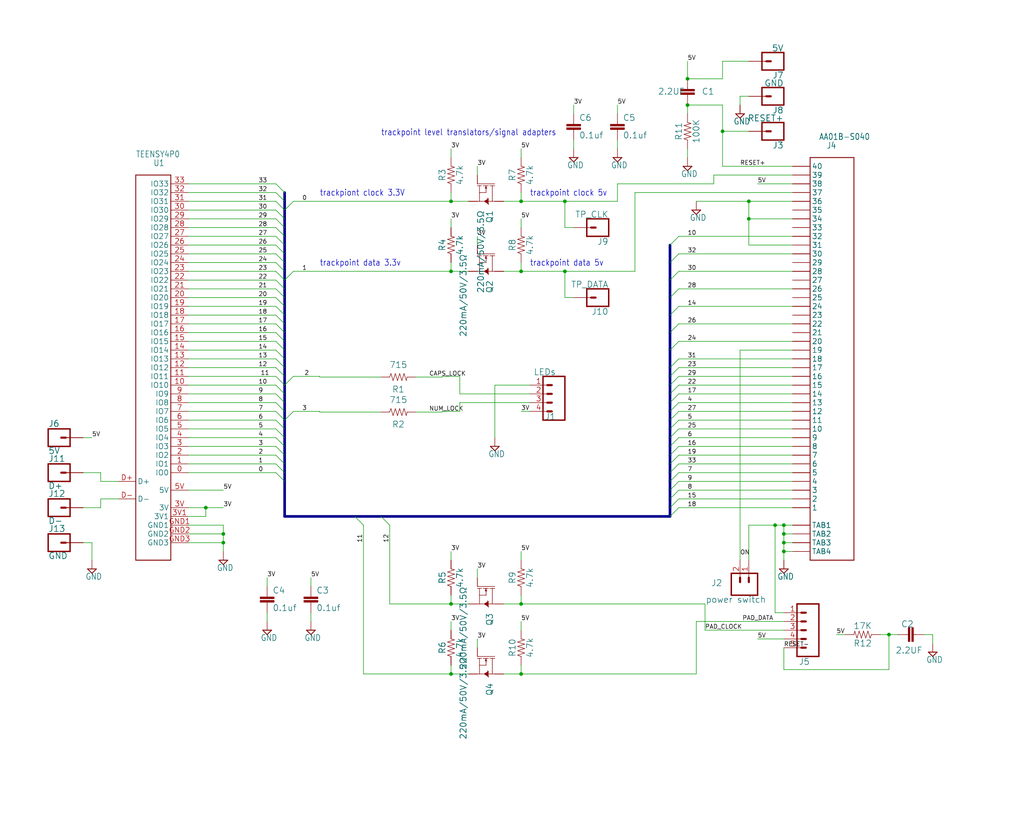
<source format=kicad_sch>
(kicad_sch (version 20250114) (generator "eeschema") (generator_version "9.0")
  (paper "User" 297.002 240.259)
  (text "trackpoint data 5v" (at 153.67 77.47 0) (effects (font (size 1.778 1.5113)) (justify left bottom)))
  (text "trackpiont clock 3.3V" (at 92.71 57.15 0) (effects (font (size 1.778 1.5113)) (justify left bottom)))
  (text "trackpoint level translators/signal adapters" (at 110.49 39.624 0) (effects (font (size 1.778 1.5113)) (justify left bottom)))
  (text "trackpoint clock 5v\n" (at 153.67 57.15 0) (effects (font (size 1.778 1.5113)) (justify left bottom)))
  (text "trackpoint data 3.3v" (at 92.71 77.47 0) (effects (font (size 1.778 1.5113)) (justify left bottom)))
  (junction (at 217.17 63.5))
  (junction (at 227.33 152.4))
  (junction (at 151.13 175.26))
  (junction (at 224.79 152.4))
  (junction (at 151.13 58.42))
  (junction (at 64.77 154.94))
  (junction (at 130.81 58.42))
  (junction (at 163.83 58.42))
  (junction (at 199.39 30.48))
  (junction (at 151.13 78.74))
  (junction (at 59.69 147.32))
  (junction (at 130.81 195.58))
  (junction (at 209.55 38.1))
  (junction (at 151.13 195.58))
  (junction (at 163.83 78.74))
  (junction (at 64.77 157.48))
  (junction (at 130.81 78.74))
  (junction (at 199.39 22.86))
  (junction (at 227.33 160.02))
  (junction (at 217.17 58.42))
  (junction (at 227.33 157.48))
  (junction (at 130.81 175.26))
  (junction (at 257.81 184.15))
  (junction (at 227.33 154.94))
  (bus_entry (at 196.85 111.76) (size -2.54 2.54))
  (bus_entry (at 85.09 78.74) (size -2.54 2.54))
  (bus_entry (at 196.85 129.54) (size -2.54 2.54))
  (bus_entry (at 196.85 68.58) (size -2.54 2.54))
  (bus_entry (at 80.01 93.98) (size 2.54 2.54))
  (bus_entry (at 196.85 114.3) (size -2.54 2.54))
  (bus_entry (at 80.01 91.44) (size 2.54 2.54))
  (bus_entry (at 196.85 142.24) (size -2.54 2.54))
  (bus_entry (at 80.01 83.82) (size 2.54 2.54))
  (bus_entry (at 80.01 81.28) (size 2.54 2.54))
  (bus_entry (at 113.03 152.4) (size -2.54 -2.54))
  (bus_entry (at 196.85 88.9) (size -2.54 2.54))
  (bus_entry (at 80.01 88.9) (size 2.54 2.54))
  (bus_entry (at 80.01 134.62) (size 2.54 2.54))
  (bus_entry (at 80.01 68.58) (size 2.54 2.54))
  (bus_entry (at 80.01 116.84) (size 2.54 2.54))
  (bus_entry (at 80.01 58.42) (size 2.54 2.54))
  (bus_entry (at 80.01 109.22) (size 2.54 2.54))
  (bus_entry (at 196.85 116.84) (size -2.54 2.54))
  (bus_entry (at 80.01 137.16) (size 2.54 2.54))
  (bus_entry (at 196.85 99.06) (size -2.54 2.54))
  (bus_entry (at 196.85 137.16) (size -2.54 2.54))
  (bus_entry (at 196.85 132.08) (size -2.54 2.54))
  (bus_entry (at 196.85 83.82) (size -2.54 2.54))
  (bus_entry (at 196.85 134.62) (size -2.54 2.54))
  (bus_entry (at 80.01 76.2) (size 2.54 2.54))
  (bus_entry (at 80.01 53.34) (size 2.54 2.54))
  (bus_entry (at 85.09 58.42) (size -2.54 2.54))
  (bus_entry (at 80.01 96.52) (size 2.54 2.54))
  (bus_entry (at 196.85 78.74) (size -2.54 2.54))
  (bus_entry (at 80.01 119.38) (size 2.54 2.54))
  (bus_entry (at 80.01 129.54) (size 2.54 2.54))
  (bus_entry (at 80.01 127) (size 2.54 2.54))
  (bus_entry (at 80.01 73.66) (size 2.54 2.54))
  (bus_entry (at 80.01 132.08) (size 2.54 2.54))
  (bus_entry (at 80.01 86.36) (size 2.54 2.54))
  (bus_entry (at 196.85 124.46) (size -2.54 2.54))
  (bus_entry (at 196.85 127) (size -2.54 2.54))
  (bus_entry (at 196.85 109.22) (size -2.54 2.54))
  (bus_entry (at 80.01 124.46) (size 2.54 2.54))
  (bus_entry (at 196.85 106.68) (size -2.54 2.54))
  (bus_entry (at 80.01 101.6) (size 2.54 2.54))
  (bus_entry (at 196.85 139.7) (size -2.54 2.54))
  (bus_entry (at 80.01 106.68) (size 2.54 2.54))
  (bus_entry (at 80.01 104.14) (size 2.54 2.54))
  (bus_entry (at 80.01 60.96) (size 2.54 2.54))
  (bus_entry (at 196.85 73.66) (size -2.54 2.54))
  (bus_entry (at 196.85 144.78) (size -2.54 2.54))
  (bus_entry (at 80.01 99.06) (size 2.54 2.54))
  (bus_entry (at 80.01 66.04) (size 2.54 2.54))
  (bus_entry (at 196.85 93.98) (size -2.54 2.54))
  (bus_entry (at 196.85 104.14) (size -2.54 2.54))
  (bus_entry (at 80.01 121.92) (size 2.54 2.54))
  (bus_entry (at 80.01 55.88) (size 2.54 2.54))
  (bus_entry (at 80.01 63.5) (size 2.54 2.54))
  (bus_entry (at 196.85 119.38) (size -2.54 2.54))
  (bus_entry (at 80.01 78.74) (size 2.54 2.54))
  (bus_entry (at 85.09 109.22) (size -2.54 2.54))
  (bus_entry (at 80.01 111.76) (size 2.54 2.54))
  (bus_entry (at 80.01 114.3) (size 2.54 2.54))
  (bus_entry (at 80.01 71.12) (size 2.54 2.54))
  (bus_entry (at 196.85 147.32) (size -2.54 2.54))
  (bus_entry (at 196.85 121.92) (size -2.54 2.54))
  (bus_entry (at 85.09 119.38) (size -2.54 2.54))
  (bus_entry (at 105.41 152.4) (size -2.54 -2.54))
  (wire (pts (xy 204.47 182.88) (xy 227.33 182.88)) (stroke (width 0.1524)))
  (bus (pts (xy 82.55 55.88) (xy 82.55 58.42)) (stroke (width 0.762)))
  (wire (pts (xy 201.93 180.34) (xy 227.33 180.34)) (stroke (width 0.1524)))
  (bus (pts (xy 82.55 96.52) (xy 82.55 99.06)) (stroke (width 0.762)))
  (wire (pts (xy 54.61 86.36) (xy 80.01 86.36)) (stroke (width 0.1524)))
  (wire (pts (xy 229.87 160.02) (xy 227.33 160.02)) (stroke (width 0.1524)))
  (wire (pts (xy 130.81 55.88) (xy 130.81 58.42)) (stroke (width 0.1524)))
  (wire (pts (xy 138.43 71.12) (xy 138.43 68.58)) (stroke (width 0.1524)))
  (wire (pts (xy 229.87 71.12) (xy 217.17 71.12)) (stroke (width 0.1524)))
  (bus (pts (xy 82.55 104.14) (xy 82.55 106.68)) (stroke (width 0.762)))
  (wire (pts (xy 199.39 22.86) (xy 199.39 17.78)) (stroke (width 0.1524)))
  (bus (pts (xy 82.55 76.2) (xy 82.55 78.74)) (stroke (width 0.762)))
  (wire (pts (xy 196.85 88.9) (xy 229.87 88.9)) (stroke (width 0.1524)))
  (wire (pts (xy 196.85 142.24) (xy 229.87 142.24)) (stroke (width 0.1524)))
  (wire (pts (xy 130.81 78.74) (xy 135.89 78.74)) (stroke (width 0.1524)))
  (wire (pts (xy 217.17 63.5) (xy 217.17 58.42)) (stroke (width 0.1524)))
  (wire (pts (xy 196.85 134.62) (xy 229.87 134.62)) (stroke (width 0.1524)))
  (wire (pts (xy 130.81 195.58) (xy 135.89 195.58)) (stroke (width 0.1524)))
  (wire (pts (xy 133.35 114.3) (xy 153.67 114.3)) (stroke (width 0.1524)))
  (bus (pts (xy 82.55 139.7) (xy 82.55 149.86)) (stroke (width 0.762)))
  (wire (pts (xy 209.55 48.26) (xy 229.87 48.26)) (stroke (width 0.1524)))
  (wire (pts (xy 128.27 109.22) (xy 133.35 109.22)) (stroke (width 0.1524)))
  (wire (pts (xy 29.21 144.78) (xy 34.29 144.78)) (stroke (width 0.1524)))
  (bus (pts (xy 82.55 137.16) (xy 82.55 139.7)) (stroke (width 0.762)))
  (bus (pts (xy 194.31 139.7) (xy 194.31 137.16)) (stroke (width 0.762)))
  (wire (pts (xy 130.81 172.72) (xy 130.81 175.26)) (stroke (width 0.1524)))
  (bus (pts (xy 82.55 129.54) (xy 82.55 132.08)) (stroke (width 0.762)))
  (wire (pts (xy 166.37 66.04) (xy 163.83 66.04)) (stroke (width 0.1524)))
  (wire (pts (xy 214.63 101.6) (xy 214.63 162.56)) (stroke (width 0.1524)))
  (bus (pts (xy 82.55 73.66) (xy 82.55 76.2)) (stroke (width 0.762)))
  (wire (pts (xy 199.39 30.48) (xy 199.39 33.02)) (stroke (width 0.1524)))
  (wire (pts (xy 151.13 195.58) (xy 201.93 195.58)) (stroke (width 0.1524)))
  (wire (pts (xy 54.61 60.96) (xy 80.01 60.96)) (stroke (width 0.1524)))
  (bus (pts (xy 82.55 93.98) (xy 82.55 96.52)) (stroke (width 0.762)))
  (wire (pts (xy 270.51 184.15) (xy 270.51 186.69)) (stroke (width 0.1524)))
  (wire (pts (xy 138.43 50.8) (xy 138.43 48.26)) (stroke (width 0.1524)))
  (bus (pts (xy 82.55 83.82) (xy 82.55 86.36)) (stroke (width 0.762)))
  (bus (pts (xy 194.31 114.3) (xy 194.31 111.76)) (stroke (width 0.762)))
  (wire (pts (xy 196.85 132.08) (xy 229.87 132.08)) (stroke (width 0.1524)))
  (wire (pts (xy 209.55 38.1) (xy 209.55 48.26)) (stroke (width 0.1524)))
  (wire (pts (xy 24.13 137.16) (xy 29.21 137.16)) (stroke (width 0.1524)))
  (wire (pts (xy 166.37 86.36) (xy 163.83 86.36)) (stroke (width 0.1524)))
  (wire (pts (xy 196.85 119.38) (xy 229.87 119.38)) (stroke (width 0.1524)))
  (wire (pts (xy 54.61 137.16) (xy 80.01 137.16)) (stroke (width 0.1524)))
  (wire (pts (xy 54.61 132.08) (xy 80.01 132.08)) (stroke (width 0.1524)))
  (wire (pts (xy 227.33 160.02) (xy 227.33 162.56)) (stroke (width 0.1524)))
  (wire (pts (xy 54.61 149.86) (xy 59.69 149.86)) (stroke (width 0.1524)))
  (wire (pts (xy 24.13 157.48) (xy 26.67 157.48)) (stroke (width 0.1524)))
  (bus (pts (xy 194.31 142.24) (xy 194.31 139.7)) (stroke (width 0.762)))
  (wire (pts (xy 227.33 154.94) (xy 227.33 157.48)) (stroke (width 0.1524)))
  (wire (pts (xy 166.37 33.02) (xy 166.37 30.48)) (stroke (width 0.1524)))
  (wire (pts (xy 179.07 33.02) (xy 179.07 30.48)) (stroke (width 0.1524)))
  (wire (pts (xy 209.55 17.78) (xy 217.17 17.78)) (stroke (width 0.1524)))
  (wire (pts (xy 217.17 38.1) (xy 209.55 38.1)) (stroke (width 0.1524)))
  (wire (pts (xy 196.85 137.16) (xy 229.87 137.16)) (stroke (width 0.1524)))
  (wire (pts (xy 196.85 93.98) (xy 229.87 93.98)) (stroke (width 0.1524)))
  (wire (pts (xy 229.87 152.4) (xy 227.33 152.4)) (stroke (width 0.1524)))
  (bus (pts (xy 194.31 147.32) (xy 194.31 144.78)) (stroke (width 0.762)))
  (wire (pts (xy 257.81 194.31) (xy 257.81 184.15)))
  (wire (pts (xy 92.71 109.42) (xy 110.45 109.42)) (stroke (width 0.1524)))
  (wire (pts (xy 217.17 58.42) (xy 201.93 58.42)) (stroke (width 0.1524)))
  (wire (pts (xy 29.21 137.16) (xy 29.21 139.7)) (stroke (width 0.1524)))
  (wire (pts (xy 130.81 45.72) (xy 130.81 43.18)) (stroke (width 0.1524)))
  (wire (pts (xy 166.37 40.64) (xy 166.37 43.18)) (stroke (width 0.1524)))
  (wire (pts (xy 130.81 58.42) (xy 135.89 58.42)) (stroke (width 0.1524)))
  (wire (pts (xy 229.87 101.6) (xy 214.63 101.6)) (stroke (width 0.1524)))
  (bus (pts (xy 82.55 81.28) (xy 82.55 83.82)) (stroke (width 0.762)))
  (wire (pts (xy 151.13 66.04) (xy 151.13 63.5)) (stroke (width 0.1524)))
  (wire (pts (xy 29.21 139.7) (xy 34.29 139.7)) (stroke (width 0.1524)))
  (bus (pts (xy 82.55 88.9) (xy 82.55 91.44)) (stroke (width 0.762)))
  (wire (pts (xy 163.83 58.42) (xy 179.07 58.42)) (stroke (width 0.1524)))
  (wire (pts (xy 85.09 58.42) (xy 130.81 58.42)) (stroke (width 0.1524)))
  (wire (pts (xy 77.47 170.18) (xy 77.47 167.64)) (stroke (width 0.1524)))
  (wire (pts (xy 54.61 127) (xy 80.01 127)) (stroke (width 0.1524)))
  (wire (pts (xy 64.77 152.4) (xy 64.77 154.94)) (stroke (width 0.1524)))
  (bus (pts (xy 82.55 127) (xy 82.55 129.54)) (stroke (width 0.762)))
  (bus (pts (xy 110.49 149.86) (xy 194.31 149.86)) (stroke (width 0.762)))
  (wire (pts (xy 214.63 30.48) (xy 214.63 27.94)) (stroke (width 0.1524)))
  (wire (pts (xy 151.13 78.74) (xy 163.83 78.74)) (stroke (width 0.1524)))
  (wire (pts (xy 229.87 73.66) (xy 196.85 73.66)) (stroke (width 0.1524)))
  (wire (pts (xy 196.85 99.06) (xy 229.87 99.06)) (stroke (width 0.1524)))
  (wire (pts (xy 54.61 134.62) (xy 80.01 134.62)) (stroke (width 0.1524)))
  (wire (pts (xy 24.13 147.32) (xy 29.21 147.32)) (stroke (width 0.1524)))
  (wire (pts (xy 229.87 53.34) (xy 219.71 53.34)) (stroke (width 0.1524)))
  (wire (pts (xy 217.17 152.4) (xy 224.79 152.4)) (stroke (width 0.1524)))
  (wire (pts (xy 255.27 184.15) (xy 257.81 184.15)) (stroke (width 0.1524)))
  (wire (pts (xy 130.81 195.58) (xy 105.41 195.58)) (stroke (width 0.1524)))
  (wire (pts (xy 54.61 104.14) (xy 80.01 104.14)) (stroke (width 0.1524)))
  (wire (pts (xy 54.61 114.3) (xy 80.01 114.3)) (stroke (width 0.1524)))
  (wire (pts (xy 224.79 152.4) (xy 224.79 177.8)) (stroke (width 0.1524)))
  (wire (pts (xy 85.09 109.22) (xy 92.71 109.22)) (stroke (width 0.1524)))
  (wire (pts (xy 54.61 73.66) (xy 80.01 73.66)) (stroke (width 0.1524)))
  (wire (pts (xy 151.13 193.04) (xy 151.13 195.58)) (stroke (width 0.1524)))
  (wire (pts (xy 199.39 43.18) (xy 199.39 45.72)) (stroke (width 0.1524)))
  (bus (pts (xy 82.55 134.62) (xy 82.55 137.16)) (stroke (width 0.762)))
  (bus (pts (xy 82.55 86.36) (xy 82.55 88.9)) (stroke (width 0.762)))
  (wire (pts (xy 54.61 119.38) (xy 80.01 119.38)) (stroke (width 0.1524)))
  (wire (pts (xy 151.13 58.42) (xy 163.83 58.42)) (stroke (width 0.1524)))
  (wire (pts (xy 196.85 104.14) (xy 229.87 104.14)) (stroke (width 0.1524)))
  (bus (pts (xy 194.31 129.54) (xy 194.31 127)) (stroke (width 0.762)))
  (wire (pts (xy 163.83 78.74) (xy 184.15 78.74)) (stroke (width 0.1524)))
  (wire (pts (xy 217.17 162.56) (xy 217.17 152.4)) (stroke (width 0.1524)))
  (wire (pts (xy 130.81 182.88) (xy 130.81 180.34)) (stroke (width 0.1524)))
  (bus (pts (xy 82.55 58.42) (xy 82.55 60.96)) (stroke (width 0.762)))
  (wire (pts (xy 59.69 147.32) (xy 64.77 147.32)) (stroke (width 0.1524)))
  (wire (pts (xy 151.13 175.26) (xy 204.47 175.26)) (stroke (width 0.1524)))
  (bus (pts (xy 82.55 111.76) (xy 82.55 114.3)) (stroke (width 0.762)))
  (wire (pts (xy 146.05 58.42) (xy 151.13 58.42)) (stroke (width 0.1524)))
  (wire (pts (xy 179.07 40.64) (xy 179.07 43.18)) (stroke (width 0.1524)))
  (wire (pts (xy 196.85 121.92) (xy 229.87 121.92)) (stroke (width 0.1524)))
  (wire (pts (xy 54.61 154.94) (xy 64.77 154.94)) (stroke (width 0.1524)))
  (wire (pts (xy 54.61 109.22) (xy 80.01 109.22)) (stroke (width 0.1524)))
  (wire (pts (xy 54.61 124.46) (xy 80.01 124.46)) (stroke (width 0.1524)))
  (wire (pts (xy 184.15 55.88) (xy 184.15 78.74)) (stroke (width 0.1524)))
  (wire (pts (xy 245.11 184.15) (xy 242.57 184.15)) (stroke (width 0.1524)))
  (bus (pts (xy 194.31 91.44) (xy 194.31 86.36)) (stroke (width 0.762)))
  (bus (pts (xy 82.55 149.86) (xy 102.87 149.86)) (stroke (width 0.762)))
  (wire (pts (xy 54.61 71.12) (xy 80.01 71.12)) (stroke (width 0.1524)))
  (wire (pts (xy 59.69 149.86) (xy 59.69 147.32)) (stroke (width 0.1524)))
  (wire (pts (xy 153.67 119.38) (xy 151.13 119.38)) (stroke (width 0.1524)))
  (bus (pts (xy 194.31 124.46) (xy 194.31 121.92)) (stroke (width 0.762)))
  (wire (pts (xy 229.87 147.32) (xy 196.85 147.32)) (stroke (width 0.1524)))
  (wire (pts (xy 130.81 193.04) (xy 130.81 195.58)) (stroke (width 0.1524)))
  (wire (pts (xy 92.71 109.22) (xy 92.71 109.42)) (stroke (width 0.1524)))
  (wire (pts (xy 80.01 121.92) (xy 54.61 121.92)) (stroke (width 0.1524)))
  (wire (pts (xy 128.27 109.42) (xy 128.27 109.22)) (stroke (width 0.1524)))
  (bus (pts (xy 82.55 106.68) (xy 82.55 109.22)) (stroke (width 0.762)))
  (wire (pts (xy 151.13 172.72) (xy 151.13 175.26)) (stroke (width 0.1524)))
  (wire (pts (xy 209.55 30.48) (xy 209.55 38.1)) (stroke (width 0.1524)))
  (bus (pts (xy 82.55 91.44) (xy 82.55 93.98)) (stroke (width 0.762)))
  (bus (pts (xy 194.31 137.16) (xy 194.31 134.62)) (stroke (width 0.762)))
  (bus (pts (xy 82.55 114.3) (xy 82.55 116.84)) (stroke (width 0.762)))
  (wire (pts (xy 105.41 195.58) (xy 105.41 152.4)) (stroke (width 0.1524)))
  (wire (pts (xy 80.01 101.6) (xy 54.61 101.6)) (stroke (width 0.1524)))
  (wire (pts (xy 54.61 147.32) (xy 59.69 147.32)) (stroke (width 0.1524)))
  (wire (pts (xy 133.35 109.22) (xy 133.35 114.3)) (stroke (width 0.1524)))
  (wire (pts (xy 138.43 167.64) (xy 138.43 165.1)) (stroke (width 0.1524)))
  (wire (pts (xy 130.81 76.2) (xy 130.81 78.74)) (stroke (width 0.1524)))
  (wire (pts (xy 54.61 58.42) (xy 80.01 58.42)) (stroke (width 0.1524)))
  (wire (pts (xy 130.81 162.56) (xy 130.81 160.02)) (stroke (width 0.1524)))
  (wire (pts (xy 54.61 55.88) (xy 80.01 55.88)) (stroke (width 0.1524)))
  (bus (pts (xy 194.31 127) (xy 194.31 124.46)) (stroke (width 0.762)))
  (wire (pts (xy 54.61 157.48) (xy 64.77 157.48)) (stroke (width 0.1524)))
  (wire (pts (xy 229.87 139.7) (xy 196.85 139.7)) (stroke (width 0.1524)))
  (bus (pts (xy 82.55 119.38) (xy 82.55 121.92)) (stroke (width 0.762)))
  (bus (pts (xy 194.31 76.2) (xy 194.31 71.12)) (stroke (width 0.762)))
  (wire (pts (xy 196.85 106.68) (xy 229.87 106.68)) (stroke (width 0.1524)))
  (bus (pts (xy 194.31 121.92) (xy 194.31 119.38)) (stroke (width 0.762)))
  (wire (pts (xy 54.61 93.98) (xy 80.01 93.98)) (stroke (width 0.1524)))
  (wire (pts (xy 128.27 119.58) (xy 128.27 119.38)) (stroke (width 0.1524)))
  (wire (pts (xy 229.87 154.94) (xy 227.33 154.94)) (stroke (width 0.1524)))
  (wire (pts (xy 196.85 68.58) (xy 229.87 68.58)) (stroke (width 0.1524)))
  (wire (pts (xy 196.85 114.3) (xy 229.87 114.3)) (stroke (width 0.1524)))
  (wire (pts (xy 227.33 194.31) (xy 257.81 194.31)))
  (bus (pts (xy 194.31 119.38) (xy 194.31 116.84)) (stroke (width 0.762)))
  (wire (pts (xy 90.17 170.18) (xy 90.17 167.64)) (stroke (width 0.1524)))
  (wire (pts (xy 54.61 83.82) (xy 80.01 83.82)) (stroke (width 0.1524)))
  (wire (pts (xy 54.61 129.54) (xy 80.01 129.54)) (stroke (width 0.1524)))
  (wire (pts (xy 257.81 184.15) (xy 260.35 184.15)) (stroke (width 0.1524)))
  (wire (pts (xy 54.61 91.44) (xy 80.01 91.44)) (stroke (width 0.1524)))
  (wire (pts (xy 85.09 78.74) (xy 130.81 78.74)) (stroke (width 0.1524)))
  (wire (pts (xy 199.39 30.48) (xy 209.55 30.48)) (stroke (width 0.1524)))
  (wire (pts (xy 163.83 66.04) (xy 163.83 58.42)) (stroke (width 0.1524)))
  (bus (pts (xy 102.87 149.86) (xy 110.49 149.86)) (stroke (width 0.762)))
  (bus (pts (xy 194.31 101.6) (xy 194.31 96.52)) (stroke (width 0.762)))
  (wire (pts (xy 196.85 78.74) (xy 229.87 78.74)) (stroke (width 0.1524)))
  (wire (pts (xy 229.87 157.48) (xy 227.33 157.48)) (stroke (width 0.1524)))
  (wire (pts (xy 153.67 116.84) (xy 133.35 116.84)) (stroke (width 0.1524)))
  (wire (pts (xy 130.81 66.04) (xy 130.81 63.5)) (stroke (width 0.1524)))
  (bus (pts (xy 194.31 111.76) (xy 194.31 109.22)) (stroke (width 0.762)))
  (wire (pts (xy 113.03 175.26) (xy 113.03 152.4)) (stroke (width 0.1524)))
  (wire (pts (xy 54.61 63.5) (xy 80.01 63.5)) (stroke (width 0.1524)))
  (wire (pts (xy 146.05 78.74) (xy 151.13 78.74)) (stroke (width 0.1524)))
  (wire (pts (xy 214.63 27.94) (xy 217.17 27.94)) (stroke (width 0.1524)))
  (wire (pts (xy 146.05 175.26) (xy 151.13 175.26)) (stroke (width 0.1524)))
  (bus (pts (xy 82.55 116.84) (xy 82.55 119.38)) (stroke (width 0.762)))
  (bus (pts (xy 82.55 132.08) (xy 82.55 134.62)) (stroke (width 0.762)))
  (wire (pts (xy 163.83 86.36) (xy 163.83 78.74)) (stroke (width 0.1524)))
  (wire (pts (xy 196.85 129.54) (xy 229.87 129.54)) (stroke (width 0.1524)))
  (wire (pts (xy 120.61 109.42) (xy 128.27 109.42)) (stroke (width 0.1524)))
  (wire (pts (xy 207.01 53.34) (xy 179.07 53.34)) (stroke (width 0.1524)))
  (wire (pts (xy 217.17 71.12) (xy 217.17 63.5)) (stroke (width 0.1524)))
  (bus (pts (xy 194.31 134.62) (xy 194.31 132.08)) (stroke (width 0.762)))
  (wire (pts (xy 151.13 182.88) (xy 151.13 180.34)) (stroke (width 0.1524)))
  (wire (pts (xy 54.61 106.68) (xy 80.01 106.68)) (stroke (width 0.1524)))
  (wire (pts (xy 133.35 119.38) (xy 128.27 119.38)) (stroke (width 0.1524)))
  (wire (pts (xy 179.07 53.34) (xy 179.07 58.42)) (stroke (width 0.1524)))
  (bus (pts (xy 82.55 124.46) (xy 82.55 127)) (stroke (width 0.762)))
  (wire (pts (xy 227.33 185.42) (xy 219.71 185.42)) (stroke (width 0.1524)))
  (bus (pts (xy 194.31 86.36) (xy 194.31 81.28)) (stroke (width 0.762)))
  (wire (pts (xy 64.77 154.94) (xy 64.77 157.48)) (stroke (width 0.1524)))
  (wire (pts (xy 24.13 127) (xy 26.67 127)) (stroke (width 0.1524)))
  (wire (pts (xy 54.61 53.34) (xy 80.01 53.34)) (stroke (width 0.1524)))
  (wire (pts (xy 26.67 157.48) (xy 26.67 162.56)) (stroke (width 0.1524)))
  (wire (pts (xy 207.01 50.8) (xy 207.01 53.34)) (stroke (width 0.1524)))
  (wire (pts (xy 54.61 116.84) (xy 80.01 116.84)) (stroke (width 0.1524)))
  (wire (pts (xy 130.81 175.26) (xy 113.03 175.26)) (stroke (width 0.1524)))
  (wire (pts (xy 201.93 195.58) (xy 201.93 180.34)) (stroke (width 0.1524)))
  (bus (pts (xy 194.31 81.28) (xy 194.31 76.2)) (stroke (width 0.762)))
  (wire (pts (xy 54.61 99.06) (xy 80.01 99.06)) (stroke (width 0.1524)))
  (wire (pts (xy 54.61 88.9) (xy 80.01 88.9)) (stroke (width 0.1524)))
  (wire (pts (xy 224.79 177.8) (xy 227.33 177.8)) (stroke (width 0.1524)))
  (bus (pts (xy 194.31 109.22) (xy 194.31 106.68)) (stroke (width 0.762)))
  (wire (pts (xy 92.71 119.38) (xy 92.71 119.58)) (stroke (width 0.1524)))
  (wire (pts (xy 199.39 22.86) (xy 209.55 22.86)) (stroke (width 0.1524)))
  (wire (pts (xy 54.61 111.76) (xy 80.01 111.76)) (stroke (width 0.1524)))
  (wire (pts (xy 85.09 119.38) (xy 92.71 119.38)) (stroke (width 0.1524)))
  (wire (pts (xy 54.61 66.04) (xy 80.01 66.04)) (stroke (width 0.1524)))
  (wire (pts (xy 29.21 147.32) (xy 29.21 144.78)) (stroke (width 0.1524)))
  (bus (pts (xy 194.31 149.86) (xy 194.31 147.32)) (stroke (width 0.762)))
  (bus (pts (xy 194.31 116.84) (xy 194.31 114.3)) (stroke (width 0.762)))
  (bus (pts (xy 194.31 144.78) (xy 194.31 142.24)) (stroke (width 0.762)))
  (wire (pts (xy 196.85 109.22) (xy 229.87 109.22)) (stroke (width 0.1524)))
  (bus (pts (xy 194.31 106.68) (xy 194.31 101.6)) (stroke (width 0.762)))
  (wire (pts (xy 196.85 116.84) (xy 229.87 116.84)) (stroke (width 0.1524)))
  (wire (pts (xy 229.87 63.5) (xy 217.17 63.5)) (stroke (width 0.1524)))
  (wire (pts (xy 209.55 22.86) (xy 209.55 17.78)) (stroke (width 0.1524)))
  (bus (pts (xy 82.55 68.58) (xy 82.55 71.12)) (stroke (width 0.762)))
  (wire (pts (xy 138.43 187.96) (xy 138.43 185.42)) (stroke (width 0.1524)))
  (wire (pts (xy 229.87 144.78) (xy 196.85 144.78)) (stroke (width 0.1524)))
  (bus (pts (xy 82.55 101.6) (xy 82.55 104.14)) (stroke (width 0.762)))
  (wire (pts (xy 229.87 127) (xy 196.85 127)) (stroke (width 0.1524)))
  (wire (pts (xy 54.61 76.2) (xy 80.01 76.2)) (stroke (width 0.1524)))
  (wire (pts (xy 227.33 152.4) (xy 227.33 154.94)) (stroke (width 0.1524)))
  (wire (pts (xy 196.85 124.46) (xy 229.87 124.46)) (stroke (width 0.1524)))
  (wire (pts (xy 54.61 78.74) (xy 80.01 78.74)) (stroke (width 0.1524)))
  (wire (pts (xy 54.61 68.58) (xy 80.01 68.58)) (stroke (width 0.1524)))
  (wire (pts (xy 54.61 96.52) (xy 80.01 96.52)) (stroke (width 0.1524)))
  (bus (pts (xy 194.31 96.52) (xy 194.31 91.44)) (stroke (width 0.762)))
  (wire (pts (xy 196.85 111.76) (xy 229.87 111.76)) (stroke (width 0.1524)))
  (wire (pts (xy 130.81 175.26) (xy 135.89 175.26)) (stroke (width 0.1524)))
  (wire (pts (xy 146.05 195.58) (xy 151.13 195.58)) (stroke (width 0.1524)))
  (wire (pts (xy 229.87 83.82) (xy 196.85 83.82)) (stroke (width 0.1524)))
  (wire (pts (xy 92.71 119.58) (xy 110.45 119.58)) (stroke (width 0.1524)))
  (wire (pts (xy 64.77 157.48) (xy 64.77 160.02)) (stroke (width 0.1524)))
  (wire (pts (xy 54.61 142.24) (xy 64.77 142.24)) (stroke (width 0.1524)))
  (bus (pts (xy 82.55 66.04) (xy 82.55 68.58)) (stroke (width 0.762)))
  (wire (pts (xy 143.51 111.76) (xy 153.67 111.76)) (stroke (width 0.1524)))
  (wire (pts (xy 120.61 119.58) (xy 128.27 119.58)) (stroke (width 0.1524)))
  (wire (pts (xy 227.33 157.48) (xy 227.33 160.02)) (stroke (width 0.1524)))
  (wire (pts (xy 227.33 187.96) (xy 227.33 194.31)))
  (bus (pts (xy 82.55 71.12) (xy 82.55 73.66)) (stroke (width 0.762)))
  (wire (pts (xy 267.97 184.15) (xy 270.51 184.15)) (stroke (width 0.1524)))
  (bus (pts (xy 82.55 109.22) (xy 82.55 111.76)) (stroke (width 0.762)))
  (bus (pts (xy 194.31 132.08) (xy 194.31 129.54)) (stroke (width 0.762)))
  (bus (pts (xy 82.55 78.74) (xy 82.55 81.28)) (stroke (width 0.762)))
  (bus (pts (xy 82.55 60.96) (xy 82.55 63.5)) (stroke (width 0.762)))
  (wire (pts (xy 224.79 152.4) (xy 227.33 152.4)) (stroke (width 0.1524)))
  (wire (pts (xy 90.17 177.8) (xy 90.17 180.34)) (stroke (width 0.1524)))
  (wire (pts (xy 133.35 116.84) (xy 133.35 119.38)) (stroke (width 0.1524)))
  (wire (pts (xy 151.13 76.2) (xy 151.13 78.74)) (stroke (width 0.1524)))
  (bus (pts (xy 82.55 121.92) (xy 82.55 124.46)) (stroke (width 0.762)))
  (bus (pts (xy 82.55 99.06) (xy 82.55 101.6)) (stroke (width 0.762)))
  (wire (pts (xy 229.87 55.88) (xy 184.15 55.88)) (stroke (width 0.1524)))
  (wire (pts (xy 151.13 58.42) (xy 151.13 55.88)) (stroke (width 0.1524)))
  (bus (pts (xy 82.55 63.5) (xy 82.55 66.04)) (stroke (width 0.762)))
  (wire (pts (xy 151.13 162.56) (xy 151.13 160.02)) (stroke (width 0.1524)))
  (wire (pts (xy 77.47 177.8) (xy 77.47 180.34)) (stroke (width 0.1524)))
  (wire (pts (xy 151.13 45.72) (xy 151.13 43.18)) (stroke (width 0.1524)))
  (wire (pts (xy 229.87 50.8) (xy 207.01 50.8)) (stroke (width 0.1524)))
  (wire (pts (xy 54.61 81.28) (xy 80.01 81.28)) (stroke (width 0.1524)))
  (wire (pts (xy 54.61 152.4) (xy 64.77 152.4)) (stroke (width 0.1524)))
  (wire (pts (xy 143.51 127) (xy 143.51 111.76)) (stroke (width 0.1524)))
  (wire (pts (xy 204.47 175.26) (xy 204.47 182.88)) (stroke (width 0.1524)))
  (wire (pts (xy 229.87 58.42) (xy 217.17 58.42)) (stroke (width 0.1524)))
  (label "2" (at 74.93 132.08 0) (effects (font (size 1.2446 1.2446))))
  (label "32" (at 74.93 55.88 0) (effects (font (size 1.2446 1.2446))))
  (label "6" (at 74.93 121.92 0) (effects (font (size 1.2446 1.2446))))
  (label "5V" (at 90.17 167.64 0) (effects (font (size 1.2446 1.2446))))
  (label "19" (at 74.93 88.9 0) (effects (font (size 1.2446 1.2446))))
  (label "3V" (at 151.13 119.38 0) (effects (font (size 1.2446 1.2446))))
  (label "10" (at 199.39 68.58 0) (effects (font (size 1.2446 1.2446))))
  (label "12" (at 74.93 106.68 0) (effects (font (size 1.2446 1.2446))))
  (label "29" (at 74.93 63.5 0) (effects (font (size 1.2446 1.2446))))
  (label "28" (at 74.93 66.04 0) (effects (font (size 1.2446 1.2446))))
  (label "5" (at 74.93 124.46 0) (effects (font (size 1.2446 1.2446))))
  (label "16" (at 74.93 96.52 0) (effects (font (size 1.2446 1.2446))))
  (label "7" (at 199.39 137.16 0) (effects (font (size 1.2446 1.2446))))
  (label "10" (at 74.93 111.76 0) (effects (font (size 1.2446 1.2446))))
  (label "0" (at 74.93 137.16 0) (effects (font (size 1.2446 1.2446))))
  (label "3V" (at 130.81 63.5 0) (effects (font (size 1.2446 1.2446))))
  (label "8" (at 199.39 142.24 0) (effects (font (size 1.2446 1.2446))))
  (label "1" (at 87.63 78.74 0) (effects (font (size 1.2446 1.2446))))
  (label "31" (at 199.39 104.14 0) (effects (font (size 1.2446 1.2446))))
  (label "24" (at 199.39 99.06 0) (effects (font (size 1.2446 1.2446))))
  (label "5V" (at 199.39 17.78 0) (effects (font (size 1.2446 1.2446))))
  (label "23" (at 74.93 78.74 0) (effects (font (size 1.2446 1.2446))))
  (label "28" (at 199.39 83.82 0) (effects (font (size 1.2446 1.2446))))
  (label "30" (at 199.39 78.74 0) (effects (font (size 1.2446 1.2446))))
  (label "4" (at 74.93 127 0) (effects (font (size 1.2446 1.2446))))
  (label "3V" (at 166.37 30.48 0) (effects (font (size 1.2446 1.2446))))
  (label "5V" (at 219.71 53.34 0) (effects (font (size 1.2446 1.2446))))
  (label "11" (at 75.565 109.22 0) (effects (font (size 1.2446 1.2446))))
  (label "5V" (at 151.13 160.02 0) (effects (font (size 1.2446 1.2446))))
  (label "27" (at 74.93 68.58 0) (effects (font (size 1.2446 1.2446))))
  (label "32" (at 199.39 73.66 0) (effects (font (size 1.2446 1.2446))))
  (label "5" (at 199.39 121.92 0) (effects (font (size 1.2446 1.2446))))
  (label "25" (at 199.39 124.46 0) (effects (font (size 1.2446 1.2446))))
  (label "3V" (at 77.47 167.64 0) (effects (font (size 1.2446 1.2446))))
  (label "1" (at 74.93 134.62 0) (effects (font (size 1.2446 1.2446))))
  (label "3V" (at 130.81 160.02 0) (effects (font (size 1.2446 1.2446))))
  (label "PAD_CLOCK" (at 204.47 182.88 0) (effects (font (size 1.2446 1.2446))))
  (label "3V" (at 138.43 68.58 0) (effects (font (size 1.2446 1.2446))))
  (label "18" (at 74.93 91.44 0) (effects (font (size 1.2446 1.2446))))
  (label "6" (at 199.39 127 0) (effects (font (size 1.2446 1.2446))))
  (label "27" (at 199.39 119.38 0) (effects (font (size 1.2446 1.2446))))
  (label "CAPS_LOCK" (at 124.44 109.42 0) (effects (font (size 1.2446 1.2446))))
  (label "25" (at 74.93 73.66 0) (effects (font (size 1.2446 1.2446))))
  (label "3V" (at 130.81 43.18 0) (effects (font (size 1.2446 1.2446))))
  (label "4" (at 199.39 116.84 0) (effects (font (size 1.2446 1.2446))))
  (label "22" (at 74.93 81.28 0) (effects (font (size 1.2446 1.2446))))
  (label "8" (at 74.93 116.84 0) (effects (font (size 1.2446 1.2446))))
  (label "3" (at 74.93 129.54 0) (effects (font (size 1.2446 1.2446))))
  (label "RESET-" (at 227.33 187.96 0) (effects (font (size 1.2446 1.2446))))
  (label "PAD_DATA" (at 215.265 180.34 0) (effects (font (size 1.2446 1.2446))))
  (label "5V" (at 151.13 180.34 0) (effects (font (size 1.2446 1.2446))))
  (label "20" (at 74.93 86.36 0) (effects (font (size 1.2446 1.2446))))
  (label "33" (at 74.93 53.34 0) (effects (font (size 1.2446 1.2446))))
  (label "NUM_LOCK" (at 124.44 119.58 0) (effects (font (size 1.2446 1.2446))))
  (label "3V" (at 130.81 180.34 0) (effects (font (size 1.2446 1.2446))))
  (label "2" (at 88.265 109.22 0) (effects (font (size 1.2446 1.2446))))
  (label "31" (at 74.93 58.42 0) (effects (font (size 1.2446 1.2446))))
  (label "33" (at 199.39 134.62 0) (effects (font (size 1.2446 1.2446))))
  (label "14" (at 199.39 88.9 0) (effects (font (size 1.2446 1.2446))))
  (label "22" (at 199.39 111.76 0) (effects (font (size 1.2446 1.2446))))
  (label "5V" (at 179.07 30.48 0) (effects (font (size 1.2446 1.2446))))
  (label "17" (at 199.39 114.3 0) (effects (font (size 1.2446 1.2446))))
  (label "9" (at 199.39 139.7 0) (effects (font (size 1.2446 1.2446))))
  (label "5V" (at 64.77 142.24 0) (effects (font (size 1.2446 1.2446))))
  (label "3V" (at 138.43 185.42 0) (effects (font (size 1.2446 1.2446))))
  (label "14" (at 74.93 101.6 0) (effects (font (size 1.2446 1.2446))))
  (label "0" (at 87.63 58.42 0) (effects (font (size 1.2446 1.2446))))
  (label "RESET+" (at 214.63 48.26 0) (effects (font (size 1.2446 1.2446))))
  (label "7" (at 74.93 119.38 0) (effects (font (size 1.2446 1.2446))))
  (label "21" (at 74.93 83.82 0) (effects (font (size 1.2446 1.2446))))
  (label "18" (at 199.39 147.32 0) (effects (font (size 1.2446 1.2446))))
  (label "13" (at 74.93 104.14 0) (effects (font (size 1.2446 1.2446))))
  (label "26" (at 199.39 93.98 0) (effects (font (size 1.2446 1.2446))))
  (label "3V" (at 64.77 147.32 0) (effects (font (size 1.2446 1.2446))))
  (label "24" (at 74.93 76.2 0) (effects (font (size 1.2446 1.2446))))
  (label "19" (at 199.39 132.08 0) (effects (font (size 1.2446 1.2446))))
  (label "23" (at 199.39 106.68 0) (effects (font (size 1.2446 1.2446))))
  (label "30" (at 74.93 60.96 0) (effects (font (size 1.2446 1.2446))))
  (label "5V" (at 151.13 63.5 0) (effects (font (size 1.2446 1.2446))))
  (label "3V" (at 138.43 165.1 0) (effects (font (size 1.2446 1.2446))))
  (label "16" (at 199.39 129.54 0) (effects (font (size 1.2446 1.2446))))
  (label "15" (at 74.93 99.06 0) (effects (font (size 1.2446 1.2446))))
  (label "ON" (at 214.63 161.29 0) (effects (font (size 1.2446 1.2446))))
  (label "3" (at 87.63 119.38 0) (effects (font (size 1.2446 1.2446))))
  (label "17" (at 74.93 93.98 0) (effects (font (size 1.2446 1.2446))))
  (label "5V" (at 242.57 184.15 0) (effects (font (size 1.2446 1.2446))))
  (label "5V" (at 26.67 127 0) (effects (font (size 1.2446 1.2446))))
  (label "5V" (at 151.13 43.18 0) (effects (font (size 1.2446 1.2446))))
  (label "3V" (at 138.43 48.26 0) (effects (font (size 1.2446 1.2446))))
  (label "5V" (at 219.71 185.42 0) (effects (font (size 1.2446 1.2446))))
  (label "12" (at 113.03 157.48 90) (effects (font (size 1.2446 1.2446))))
  (label "15" (at 199.39 144.78 0) (effects (font (size 1.2446 1.2446))))
  (label "29" (at 199.39 109.22 0) (effects (font (size 1.2446 1.2446))))
  (label "26" (at 74.93 71.12 0) (effects (font (size 1.2446 1.2446))))
  (label "9" (at 74.93 114.3 0) (effects (font (size 1.2446 1.2446))))
  (label "11" (at 105.41 157.48 90) (effects (font (size 1.2446 1.2446))))
  (symbol (lib_id "T61-eagle-import:0603_RESISTOR") (at 250.19 184.15 180) (unit 1)
    (property "Reference" "R12" (at 250.19 185.674 0) (effects (font (size 1.778 1.778)) (justify bottom)))
    (property "Value" "17K" (at 250.19 182.626 0) (effects (font (size 1.778 1.778)) (justify top)))
    (property "Footprint" "T61:0603_RESISTOR" (effects (hide yes)))
  )
  (symbol (lib_id "T61-eagle-import:0603_CAP") (at 166.37 35.56 0) (unit 1)
    (property "Reference" "C6" (at 167.894 35.179 0) (effects (font (size 1.778 1.778)) (justify left bottom)))
    (property "Value" "0.1uf" (at 167.894 40.259 0) (effects (font (size 1.778 1.778)) (justify left bottom)))
    (property "Footprint" "T61:0603_CAP" (effects (hide yes)))
  )
  (symbol (lib_id "T61-eagle-import:CONN_01PTH_NO_SILK_YES_STOP") (at 16.51 157.48 0) (unit 1)
    (property "Reference" "J13" (at 13.97 154.432 0) (effects (font (size 1.778 1.778)) (justify left bottom)))
    (property "Value" "GND" (at 13.97 162.306 0) (effects (font (size 1.778 1.778)) (justify left bottom)))
    (property "Footprint" "T61:1X01_NO_SILK" (effects (hide yes)))
  )
  (symbol (lib_id "T61-eagle-import:WM6787_A01B") (at 245.11 76.2 0) (unit 1)
    (property "Reference" "J4" (at 242.57 43.18 0) (effects (font (size 1.778 1.5113)) (justify right bottom)))
    (property "Value" "AA01B-S040" (at 237.49 40.64 0) (effects (font (size 1.778 1.5113)) (justify left bottom)))
    (property "Footprint" "T61:WM6787_AA01B" (effects (hide yes)))
  )
  (symbol (lib_id "T61-eagle-import:MOSFET-NCH-BSS138") (at 140.97 193.04 270) (unit 1)
    (property "Reference" "Q4" (at 140.97 198.12 0) (effects (font (size 1.778 1.778)) (justify left bottom)))
    (property "Value" "220mA/50V/3.5Ω" (at 133.35 190.5 0) (effects (font (size 1.778 1.778)) (justify left bottom)))
    (property "Footprint" "T61:SOT23-3" (effects (hide yes)))
  )
  (symbol (lib_id "T61-eagle-import:MOSFET-NCH-BSS138") (at 140.97 172.72 270) (unit 1)
    (property "Reference" "Q3" (at 140.97 177.8 0) (effects (font (size 1.778 1.778)) (justify left bottom)))
    (property "Value" "220mA/50V/3.5Ω" (at 133.35 170.18 0) (effects (font (size 1.778 1.778)) (justify left bottom)))
    (property "Footprint" "T61:SOT23-3" (effects (hide yes)))
  )
  (symbol (lib_id "T61-eagle-import:0603_CAP") (at 179.07 35.56 0) (unit 1)
    (property "Reference" "C5" (at 180.594 35.179 0) (effects (font (size 1.778 1.778)) (justify left bottom)))
    (property "Value" "0.1uf" (at 180.594 40.259 0) (effects (font (size 1.778 1.778)) (justify left bottom)))
    (property "Footprint" "T61:0603_CAP" (effects (hide yes)))
  )
  (symbol (lib_id "T61-eagle-import:4.7KOHM-0603-1/10W-1%") (at 130.81 167.64 90) (unit 1)
    (property "Reference" "R5" (at 129.286 167.64 0) (effects (font (size 1.778 1.778)) (justify bottom)))
    (property "Value" "4.7k" (at 132.334 167.64 0) (effects (font (size 1.778 1.778)) (justify top)))
    (property "Footprint" "T61:0603" (effects (hide yes)))
  )
  (symbol (lib_id "T61-eagle-import:CONN_01PTH_NO_SILK_YES_STOP") (at 224.79 17.78 180) (unit 1)
    (property "Reference" "J7" (at 227.33 20.828 0) (effects (font (size 1.778 1.778)) (justify left bottom)))
    (property "Value" "5V" (at 227.33 12.954 0) (effects (font (size 1.778 1.778)) (justify left bottom)))
    (property "Footprint" "T61:1X01_NO_SILK" (effects (hide yes)))
  )
  (symbol (lib_id "T61-eagle-import:CONN_01PTH_NO_SILK_YES_STOP") (at 16.51 127 0) (unit 1)
    (property "Reference" "J6" (at 13.97 123.952 0) (effects (font (size 1.778 1.778)) (justify left bottom)))
    (property "Value" "5V" (at 13.97 131.826 0) (effects (font (size 1.778 1.778)) (justify left bottom)))
    (property "Footprint" "T61:1X01_NO_SILK" (effects (hide yes)))
  )
  (symbol (lib_id "T61-eagle-import:MOSFET-NCH-BSS138") (at 140.97 76.2 270) (unit 1)
    (property "Reference" "Q2" (at 140.97 81.28 0) (effects (font (size 1.778 1.778)) (justify left bottom)))
    (property "Value" "220mA/50V/3.5Ω" (at 133.35 73.66 0) (effects (font (size 1.778 1.778)) (justify left bottom)))
    (property "Footprint" "T61:SOT23-3" (effects (hide yes)))
  )
  (symbol (lib_id "T61-eagle-import:CONN_05") (at 234.95 182.88 180) (unit 1)
    (property "Reference" "J5" (at 234.95 191.008 0) (effects (font (size 1.778 1.778)) (justify left bottom)))
    (property "Value" "Touchpad_Signals" (effects (hide yes)))
    (property "Footprint" "T61:1X05" (effects (hide yes)))
  )
  (symbol (lib_id "T61-eagle-import:CONN_04") (at 158.75 114.3 180) (unit 1)
    (property "Reference" "J1" (at 161.29 119.888 0) (effects (font (size 1.778 1.778)) (justify left bottom)))
    (property "Value" "LEDs" (at 161.29 106.934 0) (effects (font (size 1.778 1.778)) (justify left bottom)))
    (property "Footprint" "T61:1X04" (effects (hide yes)))
  )
  (symbol (lib_id "T61-eagle-import:CONN_01PTH_NO_SILK_YES_STOP") (at 16.51 137.16 0) (unit 1)
    (property "Reference" "J11" (at 13.97 134.112 0) (effects (font (size 1.778 1.778)) (justify left bottom)))
    (property "Value" "D+" (at 13.97 141.986 0) (effects (font (size 1.778 1.778)) (justify left bottom)))
    (property "Footprint" "T61:1X01_NO_SILK" (effects (hide yes)))
  )
  (symbol (lib_id "T61-eagle-import:0603_CAP") (at 262.89 184.15 90) (unit 1)
    (property "Reference" "C2" (at 265.049 180.086 90) (effects (font (size 1.778 1.778)) (justify left bottom)))
    (property "Value" "2.2UF" (at 267.589 187.706 90) (effects (font (size 1.778 1.778)) (justify left bottom)))
    (property "Footprint" "T61:0603_CAP" (effects (hide yes)))
  )
  (symbol (lib_id "T61-eagle-import:GND") (at 214.63 33.02 0) (unit 1)
    (property "Reference" "#SUPPLY11" (effects (hide yes)))
    (property "Value" "GND" (at 212.725 36.195 0) (effects (font (size 1.778 1.5113)) (justify left bottom)))
  )
  (symbol (lib_id "T61-eagle-import:4.7KOHM-0603-1/10W-1%") (at 151.13 71.12 90) (unit 1)
    (property "Reference" "R8" (at 149.606 71.12 0) (effects (font (size 1.778 1.778)) (justify bottom)))
    (property "Value" "4.7k" (at 152.654 71.12 0) (effects (font (size 1.778 1.778)) (justify top)))
    (property "Footprint" "T61:0603" (effects (hide yes)))
  )
  (symbol (lib_id "T61-eagle-import:GND") (at 166.37 45.72 0) (unit 1)
    (property "Reference" "#SUPPLY10" (effects (hide yes)))
    (property "Value" "GND" (at 164.465 48.895 0) (effects (font (size 1.778 1.5113)) (justify left bottom)))
  )
  (symbol (lib_id "T61-eagle-import:4.7KOHM-0603-1/10W-1%") (at 130.81 50.8 90) (unit 1)
    (property "Reference" "R3" (at 129.286 50.8 0) (effects (font (size 1.778 1.778)) (justify bottom)))
    (property "Value" "4.7k" (at 132.334 50.8 0) (effects (font (size 1.778 1.778)) (justify top)))
    (property "Footprint" "T61:0603" (effects (hide yes)))
  )
  (symbol (lib_id "T61-eagle-import:GND") (at 64.77 162.56 0) (unit 1)
    (property "Reference" "#SUPPLY1" (effects (hide yes)))
    (property "Value" "GND" (at 62.865 165.735 0) (effects (font (size 1.778 1.5113)) (justify left bottom)))
  )
  (symbol (lib_id "T61-eagle-import:CONN_01PTH_NO_SILK_YES_STOP") (at 224.79 27.94 180) (unit 1)
    (property "Reference" "J8" (at 227.33 30.988 0) (effects (font (size 1.778 1.778)) (justify left bottom)))
    (property "Value" "GND" (at 227.33 23.114 0) (effects (font (size 1.778 1.778)) (justify left bottom)))
    (property "Footprint" "T61:1X01_NO_SILK" (effects (hide yes)))
  )
  (symbol (lib_id "T61-eagle-import:GND") (at 201.93 60.96 0) (unit 1)
    (property "Reference" "#SUPPLY6" (effects (hide yes)))
    (property "Value" "GND" (at 200.025 64.135 0) (effects (font (size 1.778 1.5113)) (justify left bottom)))
  )
  (symbol (lib_id "T61-eagle-import:GND") (at 179.07 45.72 0) (unit 1)
    (property "Reference" "#SUPPLY9" (effects (hide yes)))
    (property "Value" "GND" (at 177.165 48.895 0) (effects (font (size 1.778 1.5113)) (justify left bottom)))
  )
  (symbol (lib_id "T61-eagle-import:GND") (at 227.33 165.1 0) (unit 1)
    (property "Reference" "#SUPPLY3" (effects (hide yes)))
    (property "Value" "GND" (at 225.425 168.275 0) (effects (font (size 1.778 1.5113)) (justify left bottom)))
  )
  (symbol (lib_id "T61-eagle-import:CONN_01PTH_NO_SILK_YES_STOP") (at 16.51 147.32 0) (unit 1)
    (property "Reference" "J12" (at 13.97 144.272 0) (effects (font (size 1.778 1.778)) (justify left bottom)))
    (property "Value" "D-" (at 13.97 152.146 0) (effects (font (size 1.778 1.778)) (justify left bottom)))
    (property "Footprint" "T61:1X01_NO_SILK" (effects (hide yes)))
  )
  (symbol (lib_id "T61-eagle-import:0603_CAP") (at 90.17 172.72 0) (unit 1)
    (property "Reference" "C3" (at 91.694 172.339 0) (effects (font (size 1.778 1.778)) (justify left bottom)))
    (property "Value" "0.1uf" (at 91.694 177.419 0) (effects (font (size 1.778 1.778)) (justify left bottom)))
    (property "Footprint" "T61:0603_CAP" (effects (hide yes)))
  )
  (symbol (lib_id "T61-eagle-import:4.7KOHM-0603-1/10W-1%") (at 151.13 50.8 90) (unit 1)
    (property "Reference" "R7" (at 149.606 50.8 0) (effects (font (size 1.778 1.778)) (justify bottom)))
    (property "Value" "4.7k" (at 152.654 50.8 0) (effects (font (size 1.778 1.778)) (justify top)))
    (property "Footprint" "T61:0603" (effects (hide yes)))
  )
  (symbol (lib_id "T61-eagle-import:GND") (at 143.51 129.54 0) (unit 1)
    (property "Reference" "#SUPPLY7" (effects (hide yes)))
    (property "Value" "GND" (at 141.605 132.715 0) (effects (font (size 1.778 1.5113)) (justify left bottom)))
  )
  (symbol (lib_id "T61-eagle-import:4.7KOHM-0603-1/10W-1%") (at 151.13 167.64 90) (unit 1)
    (property "Reference" "R9" (at 149.606 167.64 0) (effects (font (size 1.778 1.778)) (justify bottom)))
    (property "Value" "4.7k" (at 152.654 167.64 0) (effects (font (size 1.778 1.778)) (justify top)))
    (property "Footprint" "T61:0603" (effects (hide yes)))
  )
  (symbol (lib_id "T61-eagle-import:715OHM-0603-1/10W-1%") (at 115.53 109.42 0) (unit 1)
    (property "Reference" "R1" (at 115.53 113.992 0) (effects (font (size 1.778 1.778)) (justify bottom)))
    (property "Value" "715" (at 115.53 104.848 0) (effects (font (size 1.778 1.778)) (justify top)))
    (property "Footprint" "T61:0603" (effects (hide yes)))
  )
  (symbol (lib_id "T61-eagle-import:0603_CAP") (at 199.39 25.4 0) (unit 1)
    (property "Reference" "C1" (at 203.454 27.559 0) (effects (font (size 1.778 1.778)) (justify left bottom)))
    (property "Value" "2.2UF" (at 190.754 27.559 0) (effects (font (size 1.778 1.778)) (justify left bottom)))
    (property "Footprint" "T61:0603_CAP" (effects (hide yes)))
  )
  (symbol (lib_id "T61-eagle-import:4.7KOHM-0603-1/10W-1%") (at 151.13 187.96 90) (unit 1)
    (property "Reference" "R10" (at 149.606 187.96 0) (effects (font (size 1.778 1.778)) (justify bottom)))
    (property "Value" "4.7k" (at 152.654 187.96 0) (effects (font (size 1.778 1.778)) (justify top)))
    (property "Footprint" "T61:0603" (effects (hide yes)))
  )
  (symbol (lib_id "T61-eagle-import:CONN_01PTH_NO_SILK_YES_STOP") (at 173.99 86.36 180) (unit 1)
    (property "Reference" "J10" (at 176.53 89.408 0) (effects (font (size 1.778 1.778)) (justify left bottom)))
    (property "Value" "TP_DATA" (at 176.53 81.534 0) (effects (font (size 1.778 1.778)) (justify left bottom)))
    (property "Footprint" "T61:1X01_NO_SILK" (effects (hide yes)))
  )
  (symbol (lib_id "T61-eagle-import:0603_RESISTOR") (at 199.39 38.1 90) (unit 1)
    (property "Reference" "R11" (at 197.866 38.1 0) (effects (font (size 1.778 1.778)) (justify bottom)))
    (property "Value" "100K" (at 200.914 38.1 0) (effects (font (size 1.778 1.778)) (justify top)))
    (property "Footprint" "T61:0603_RESISTOR" (effects (hide yes)))
  )
  (symbol (lib_id "T61-eagle-import:CONN_01PTH_NO_SILK_YES_STOP") (at 173.99 66.04 180) (unit 1)
    (property "Reference" "J9" (at 176.53 69.088 0) (effects (font (size 1.778 1.778)) (justify left bottom)))
    (property "Value" "TP_CLK" (at 176.53 61.214 0) (effects (font (size 1.778 1.778)) (justify left bottom)))
    (property "Footprint" "T61:1X01_NO_SILK" (effects (hide yes)))
  )
  (symbol (lib_id "T61-eagle-import:GND") (at 270.51 189.23 0) (unit 1)
    (property "Reference" "#SUPPLY8" (effects (hide yes)))
    (property "Value" "GND" (at 268.605 192.405 0) (effects (font (size 1.778 1.5113)) (justify left bottom)))
  )
  (symbol (lib_id "T61-eagle-import:GND") (at 199.39 48.26 0) (unit 1)
    (property "Reference" "#SUPPLY2" (effects (hide yes)))
    (property "Value" "GND" (at 197.485 51.435 0) (effects (font (size 1.778 1.5113)) (justify left bottom)))
  )
  (symbol (lib_id "T61-eagle-import:TEENSY4P0") (at 46.99 104.14 0) (unit 1)
    (property "Reference" "U1" (at 44.45 48.26 0) (effects (font (size 1.778 1.5113)) (justify left bottom)))
    (property "Value" "TEENSY4P0" (at 39.37 45.72 0) (effects (font (size 1.778 1.5113)) (justify left bottom)))
    (property "Footprint" "T61:TEENSY4P0" (effects (hide yes)))
  )
  (symbol (lib_id "T61-eagle-import:GND") (at 26.67 165.1 0) (unit 1)
    (property "Reference" "#SUPPLY12" (effects (hide yes)))
    (property "Value" "GND" (at 24.765 168.275 0) (effects (font (size 1.778 1.5113)) (justify left bottom)))
  )
  (symbol (lib_id "T61-eagle-import:715OHM-0603-1/10W-1%") (at 115.53 119.58 0) (unit 1)
    (property "Reference" "R2" (at 115.53 124.152 0) (effects (font (size 1.778 1.778)) (justify bottom)))
    (property "Value" "715" (at 115.53 115.008 0) (effects (font (size 1.778 1.778)) (justify top)))
    (property "Footprint" "T61:0603" (effects (hide yes)))
  )
  (symbol (lib_id "T61-eagle-import:GND") (at 77.47 182.88 0) (unit 1)
    (property "Reference" "#SUPPLY5" (effects (hide yes)))
    (property "Value" "GND" (at 75.565 186.055 0) (effects (font (size 1.778 1.5113)) (justify left bottom)))
  )
  (symbol (lib_id "T61-eagle-import:0603_CAP") (at 77.47 172.72 0) (unit 1)
    (property "Reference" "C4" (at 78.994 172.339 0) (effects (font (size 1.778 1.778)) (justify left bottom)))
    (property "Value" "0.1uf" (at 78.994 177.419 0) (effects (font (size 1.778 1.778)) (justify left bottom)))
    (property "Footprint" "T61:0603_CAP" (effects (hide yes)))
  )
  (symbol (lib_id "T61-eagle-import:4.7KOHM-0603-1/10W-1%") (at 130.81 71.12 90) (unit 1)
    (property "Reference" "R4" (at 129.286 71.12 0) (effects (font (size 1.778 1.778)) (justify bottom)))
    (property "Value" "4.7k" (at 132.334 71.12 0) (effects (font (size 1.778 1.778)) (justify top)))
    (property "Footprint" "T61:0603" (effects (hide yes)))
  )
  (symbol (lib_id "T61-eagle-import:4.7KOHM-0603-1/10W-1%") (at 130.81 187.96 90) (unit 1)
    (property "Reference" "R6" (at 129.286 187.96 0) (effects (font (size 1.778 1.778)) (justify bottom)))
    (property "Value" "4.7k" (at 132.334 187.96 0) (effects (font (size 1.778 1.778)) (justify top)))
    (property "Footprint" "T61:0603" (effects (hide yes)))
  )
  (symbol (lib_id "T61-eagle-import:CONN_01PTH_NO_SILK_YES_STOP") (at 224.79 38.1 180) (unit 1)
    (property "Reference" "J3" (at 227.33 41.148 0) (effects (font (size 1.778 1.778)) (justify left bottom)))
    (property "Value" "RESET+" (at 227.33 33.274 0) (effects (font (size 1.778 1.778)) (justify left bottom)))
    (property "Footprint" "T61:1X01_NO_SILK" (effects (hide yes)))
  )
  (symbol (lib_id "T61-eagle-import:MOSFET-NCH-BSS138") (at 140.97 55.88 270) (unit 1)
    (property "Reference" "Q1" (at 140.97 60.96 0) (effects (font (size 1.778 1.778)) (justify left bottom)))
    (property "Value" "220mA/50V/3.5Ω" (at 138.43 60.96 0) (effects (font (size 1.778 1.778)) (justify left bottom)))
    (property "Footprint" "T61:SOT23-3" (effects (hide yes)))
  )
  (symbol (lib_id "T61-eagle-import:GND") (at 90.17 182.88 0) (unit 1)
    (property "Reference" "#SUPPLY4" (effects (hide yes)))
    (property "Value" "GND" (at 88.265 186.055 0) (effects (font (size 1.778 1.5113)) (justify left bottom)))
  )
  (symbol (lib_id "T61-eagle-import:CONN_02") (at 217.17 170.18 90) (unit 1)
    (property "Reference" "J2" (at 209.55 168.148 90) (effects (font (size 1.778 1.778)) (justify left bottom)))
    (property "Value" "power switch" (at 222.25 172.974 90) (effects (font (size 1.778 1.778)) (justify left bottom)))
    (property "Footprint" "T61:1X02" (effects (hide yes)))
  )
)
</source>
